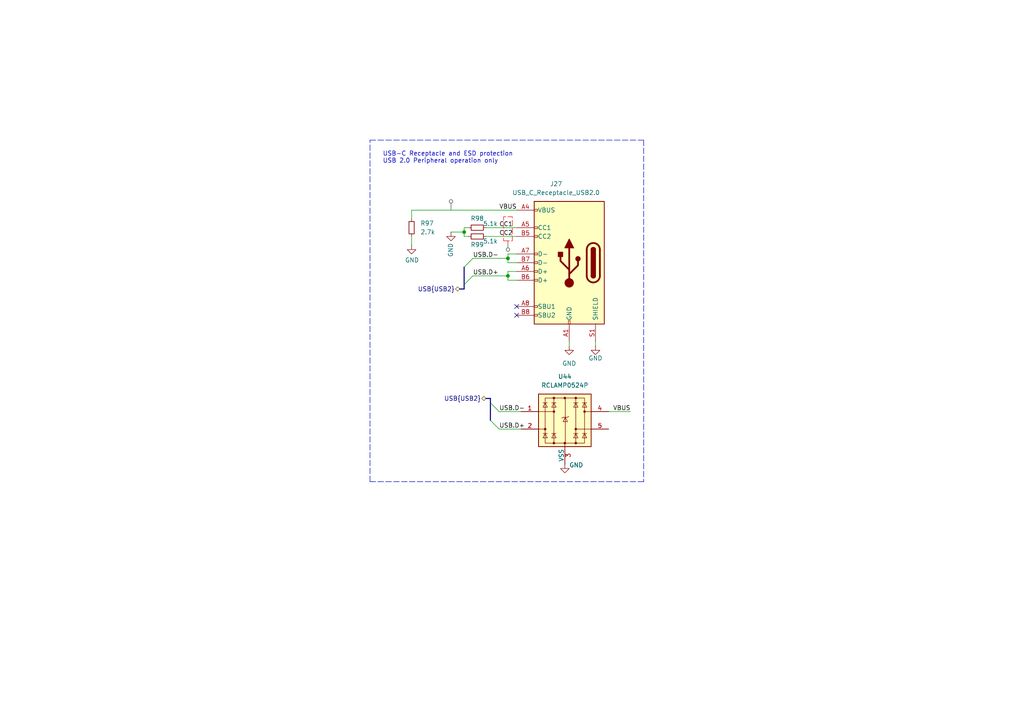
<source format=kicad_sch>
(kicad_sch (version 20250114) (generator "eeschema") (generator_version "9.0")
  (paper "A4")
  (title_block (title "HALPI2") (date "2025-03-27") (rev "v0.2.0") (company "Hat Labs Oy") (comment 1 "https://ohwr.org/cern_ohl_s_v2.pdf") (comment 2 "To view a copy of this license, visit ") (comment 3 "HALPI2 is licensed under CERN-OHL-S v2."))
  (lib_symbols
    (symbol "Connector:USB_C_Receptacle_USB2.0_16P" (pin_names (offset 1.016))
      (property "Reference" "J" (at 0 22.225 0))
      (property "Value" "USB_C_Receptacle_USB2.0_16P" (at 0 19.685 0))
      (symbol "USB_C_Receptacle_USB2.0_16P_0_0"
        (rectangle (start -0.254 -17.78) (end 0.254 -16.764))
        (rectangle (start 10.16 15.494) (end 9.144 14.986))
        (rectangle (start 10.16 10.414) (end 9.144 9.906))
        (rectangle (start 10.16 7.874) (end 9.144 7.366))
        (rectangle (start 10.16 2.794) (end 9.144 2.286))
        (rectangle (start 10.16 0.254) (end 9.144 -0.254))
        (rectangle (start 10.16 -2.286) (end 9.144 -2.794))
        (rectangle (start 10.16 -4.826) (end 9.144 -5.334))
        (rectangle (start 10.16 -12.446) (end 9.144 -12.954))
        (rectangle (start 10.16 -14.986) (end 9.144 -15.494))
      )
      (symbol "USB_C_Receptacle_USB2.0_16P_0_1"
        (rectangle (start -10.16 17.78) (end 10.16 -17.78) (stroke (width 0.254)) (fill (type background)))
        (polyline (pts (xy -8.89 -3.81) (xy -8.89 3.81)) (stroke (width 0.508)))
        (rectangle (start -7.62 -3.81) (end -6.35 3.81) (stroke (width 0.254)) (fill (type outline)))
        (arc (start -7.62 3.81) (mid -6.985 4.4423) (end -6.35 3.81) (stroke (width 0.254)))
        (arc (start -7.62 3.81) (mid -6.985 4.4423) (end -6.35 3.81) (stroke (width 0.254)) (fill (type outline)))
        (arc (start -8.89 3.81) (mid -6.985 5.7067) (end -5.08 3.81) (stroke (width 0.508)))
        (arc (start -5.08 -3.81) (mid -6.985 -5.7067) (end -8.89 -3.81) (stroke (width 0.508)))
        (arc (start -6.35 -3.81) (mid -6.985 -4.4423) (end -7.62 -3.81) (stroke (width 0.254)))
        (arc (start -6.35 -3.81) (mid -6.985 -4.4423) (end -7.62 -3.81) (stroke (width 0.254)) (fill (type outline)))
        (polyline (pts (xy -5.08 3.81) (xy -5.08 -3.81)) (stroke (width 0.508)))
        (circle (center -2.54 1.143) (radius 0.635) (stroke (width 0.254)) (fill (type outline)))
        (polyline (pts (xy -1.27 4.318) (xy 0 6.858) (xy 1.27 4.318) (xy -1.27 4.318)) (stroke (width 0.254)) (fill (type outline)))
        (polyline (pts (xy 0 -2.032) (xy 2.54 0.508) (xy 2.54 1.778)) (stroke (width 0.508)))
        (polyline (pts (xy 0 -3.302) (xy -2.54 -0.762) (xy -2.54 0.508)) (stroke (width 0.508)))
        (polyline (pts (xy 0 -5.842) (xy 0 4.318)) (stroke (width 0.508)))
        (circle (center 0 -5.842) (radius 1.27) (fill (type outline)))
        (rectangle (start 1.905 1.778) (end 3.175 3.048) (stroke (width 0.254)) (fill (type outline)))
      )
      (symbol "USB_C_Receptacle_USB2.0_16P_1_1"
        (pin passive line (at -7.62 -22.86 90) (length 5.08) (name "SHIELD") (number "S1"))
        (pin passive line (at 0 -22.86 90) (length 5.08) (name "GND") (number "A1"))
        (pin passive line (at 0 -22.86 90) (length 5.08) (hide yes) (name "GND") (number "A12"))
        (pin passive line (at 0 -22.86 90) (length 5.08) (hide yes) (name "GND") (number "B1"))
        (pin passive line (at 0 -22.86 90) (length 5.08) (hide yes) (name "GND") (number "B12"))
        (pin passive line (at 15.24 15.24 180) (length 5.08) (name "VBUS") (number "A4"))
        (pin passive line (at 15.24 15.24 180) (length 5.08) (hide yes) (name "VBUS") (number "A9"))
        (pin passive line (at 15.24 15.24 180) (length 5.08) (hide yes) (name "VBUS") (number "B4"))
        (pin passive line (at 15.24 15.24 180) (length 5.08) (hide yes) (name "VBUS") (number "B9"))
        (pin bidirectional line (at 15.24 10.16 180) (length 5.08) (name "CC1") (number "A5"))
        (pin bidirectional line (at 15.24 7.62 180) (length 5.08) (name "CC2") (number "B5"))
        (pin bidirectional line (at 15.24 2.54 180) (length 5.08) (name "D-") (number "A7"))
        (pin bidirectional line (at 15.24 0 180) (length 5.08) (name "D-") (number "B7"))
        (pin bidirectional line (at 15.24 -2.54 180) (length 5.08) (name "D+") (number "A6"))
        (pin bidirectional line (at 15.24 -5.08 180) (length 5.08) (name "D+") (number "B6"))
        (pin bidirectional line (at 15.24 -12.7 180) (length 5.08) (name "SBU1") (number "A8"))
        (pin bidirectional line (at 15.24 -15.24 180) (length 5.08) (name "SBU2") (number "B8"))
      )
    )
    (symbol "Device:R_Small" (pin_numbers (hide yes)) (pin_names (offset 0.254) (hide yes))
      (property "Reference" "R" (at 0 0 90))
      (property "Value" "R_Small" (at 1.778 0 90))
      (symbol "R_Small_0_1"
        (rectangle (start -0.762 1.778) (end 0.762 -1.778) (stroke (width 0.2032)))
      )
      (symbol "R_Small_1_1"
        (pin passive line (at 0 2.54 270) (length 0.762) (name "~") (number "1"))
        (pin passive line (at 0 -2.54 90) (length 0.762) (name "~") (number "2"))
      )
    )
    (symbol "Hatlabs:RCLAMP0524P" (pin_names (offset 0))
      (property "Reference" "U" (at -0.635 8.89 0))
      (property "Value" "RCLAMP0524P" (at 8.89 -10.16 0))
      (symbol "RCLAMP0524P_0_0"
        (rectangle (start -5.715 6.477) (end 5.715 -6.604))
        (polyline (pts (xy -3.175 -6.604) (xy -3.175 6.477)))
        (polyline (pts (xy 0.127 6.477) (xy 0.127 -6.604)))
        (polyline (pts (xy 3.175 6.477) (xy 3.175 -6.604)))
      )
      (symbol "RCLAMP0524P_0_1"
        (polyline (pts (xy -7.747 2.54) (xy -3.175 2.54)))
        (rectangle (start -7.62 7.62) (end 7.62 -7.62) (stroke (width 0.254)) (fill (type background)))
        (polyline (pts (xy -7.62 -2.54) (xy -5.715 -2.54)))
        (circle (center -5.715 -2.54) (radius 0.2794) (fill (type outline)))
        (polyline (pts (xy -5.08 5.08) (xy -6.35 5.08)))
        (polyline (pts (xy -5.08 3.81) (xy -6.35 3.81) (xy -5.715 5.08) (xy -5.08 3.81)))
        (polyline (pts (xy -5.08 -3.81) (xy -6.35 -3.81)))
        (polyline (pts (xy -5.08 -5.08) (xy -6.35 -5.08) (xy -5.715 -3.81) (xy -5.08 -5.08)))
        (circle (center -3.175 6.477) (radius 0.2794) (fill (type outline)))
        (circle (center -3.175 2.54) (radius 0.2794) (fill (type outline)))
        (circle (center -3.175 -6.604) (radius 0.2794) (fill (type outline)))
        (polyline (pts (xy -2.54 5.08) (xy -3.81 5.08)))
        (polyline (pts (xy -2.54 3.81) (xy -3.81 3.81) (xy -3.175 5.08) (xy -2.54 3.81)))
        (polyline (pts (xy -2.54 -3.81) (xy -3.81 -3.81)))
        (polyline (pts (xy -2.54 -5.08) (xy -3.81 -5.08) (xy -3.175 -3.81) (xy -2.54 -5.08)))
        (polyline (pts (xy -0.508 0.889) (xy -0.889 0.635)))
        (circle (center 0 6.477) (radius 0.2794) (fill (type outline)))
        (polyline (pts (xy 0 -6.604) (xy 0 -7.62)))
        (circle (center 0 -6.604) (radius 0.2794) (fill (type outline)))
        (polyline (pts (xy 0.762 0.889) (xy -0.508 0.889)))
        (polyline (pts (xy 0.762 0.889) (xy 1.143 1.143)))
        (polyline (pts (xy 0.762 -0.381) (xy -0.508 -0.381) (xy 0.127 0.889) (xy 0.762 -0.381)))
        (circle (center 3.175 6.477) (radius 0.2794) (fill (type outline)))
        (circle (center 3.175 -2.54) (radius 0.2794) (fill (type outline)))
        (circle (center 3.175 -6.604) (radius 0.2794) (fill (type outline)))
        (polyline (pts (xy 3.81 5.08) (xy 2.54 5.08)))
        (polyline (pts (xy 3.81 3.81) (xy 2.54 3.81) (xy 3.175 5.08) (xy 3.81 3.81)))
        (polyline (pts (xy 3.81 -3.81) (xy 2.54 -3.81)))
        (polyline (pts (xy 3.81 -5.08) (xy 2.54 -5.08) (xy 3.175 -3.81) (xy 3.81 -5.08)))
        (circle (center 5.715 2.54) (radius 0.2794) (fill (type outline)))
        (polyline (pts (xy 6.35 5.08) (xy 5.08 5.08)))
        (polyline (pts (xy 6.35 3.81) (xy 5.08 3.81) (xy 5.715 5.08) (xy 6.35 3.81)))
        (polyline (pts (xy 6.35 -3.81) (xy 5.08 -3.81)))
        (polyline (pts (xy 6.35 -5.08) (xy 5.08 -5.08) (xy 5.715 -3.81) (xy 6.35 -5.08)))
        (polyline (pts (xy 7.62 2.54) (xy 5.715 2.54)))
        (polyline (pts (xy 7.62 -2.54) (xy 3.175 -2.54)))
      )
      (symbol "RCLAMP0524P_1_1"
        (pin passive line (at -12.7 2.54 0) (length 5.08) (name "~") (number "1"))
        (pin passive line (at -12.7 2.54 0) (length 5.08) (hide yes) (name "") (number "10"))
        (pin passive line (at -12.7 -2.54 0) (length 5.08) (name "~") (number "2"))
        (pin passive line (at -12.7 -2.54 0) (length 5.08) (hide yes) (name "") (number "9"))
        (pin power_in line (at 0 -12.7 90) (length 5.08) (name "VSS") (number "3"))
        (pin passive line (at 0 -12.7 90) (length 5.08) (hide yes) (name "VSS") (number "8"))
        (pin passive line (at 12.7 2.54 180) (length 5.08) (name "~") (number "4"))
        (pin passive line (at 12.7 2.54 180) (length 5.08) (hide yes) (name "") (number "7"))
        (pin passive line (at 12.7 -2.54 180) (length 5.08) (name "~") (number "5"))
        (pin passive line (at 12.7 -2.54 180) (length 5.08) (hide yes) (name "") (number "6"))
      )
    )
    (symbol "power:GND" (power) (pin_numbers (hide yes)) (pin_names (offset 0) (hide yes))
      (property "Value" "GND" (at 0 -3.81 0))
      (symbol "GND_0_1"
        (polyline (pts (xy 0 0) (xy 0 -1.27) (xy 1.27 -1.27) (xy 0 -2.54) (xy -1.27 -1.27) (xy 0 -1.27)))
      )
      (symbol "GND_1_1"
        (pin power_in line (at 0 0 270) (length 0) (name "~") (number "1"))
      )
    )
  )
  (bus_alias "I2C" (members "SDA" "SCL"))
  (bus_alias "USB" (members "D+" "D-"))
  (bus_alias "USB2" (members "D+" "D-"))
  (text "USB-C Receptacle and ESD protection\nUSB 2.0 Peripheral operation only" (at 110.998 47.498 0) (effects (font (size 1.27 1.27)) (justify left bottom)))
  (junction (at 147.32 74.93) (diameter 0.9144))
  (junction (at 134.62 67.31) (diameter 0.9144))
  (junction (at 147.32 80.01) (diameter 0.9144))
  (no_connect (at 149.86 88.9))
  (no_connect (at 149.86 91.44))
  (bus_entry (at 134.62 82.55) (size 2.54 -2.54) (stroke (width 0.1524)))
  (bus_entry (at 134.62 77.47) (size 2.54 -2.54) (stroke (width 0.1524)))
  (bus_entry (at 142.24 121.92) (size 2.54 2.54))
  (bus_entry (at 142.24 116.84) (size 2.54 2.54))
  (wire (pts (xy 119.38 68.58) (xy 119.38 71.12)))
  (wire (pts (xy 134.62 67.31) (xy 134.62 68.58)))
  (wire (pts (xy 119.38 63.5) (xy 119.38 60.96)))
  (wire (pts (xy 134.62 68.58) (xy 135.89 68.58)))
  (wire (pts (xy 147.32 76.2) (xy 147.32 74.93)))
  (wire (pts (xy 165.1 100.33) (xy 165.1 99.06)))
  (polyline (pts (xy 186.69 139.7) (xy 107.315 139.7)) (stroke (width 0) (type dash)))
  (wire (pts (xy 172.72 99.06) (xy 172.72 100.33)))
  (wire (pts (xy 137.16 80.01) (xy 147.32 80.01)))
  (bus (pts (xy 134.62 83.82) (xy 133.35 83.82)))
  (wire (pts (xy 144.78 124.46) (xy 151.13 124.46)))
  (wire (pts (xy 130.81 67.31) (xy 134.62 67.31)))
  (bus (pts (xy 140.97 115.57) (xy 142.24 115.57)))
  (wire (pts (xy 149.86 78.74) (xy 147.32 78.74)))
  (wire (pts (xy 119.38 60.96) (xy 149.86 60.96)))
  (wire (pts (xy 147.32 74.93) (xy 147.32 73.66)))
  (wire (pts (xy 140.97 68.58) (xy 149.86 68.58)))
  (wire (pts (xy 147.32 80.01) (xy 147.32 78.74)))
  (bus (pts (xy 142.24 116.84) (xy 142.24 121.92)))
  (wire (pts (xy 147.32 81.28) (xy 147.32 80.01)))
  (polyline (pts (xy 186.69 40.64) (xy 186.69 139.7)) (stroke (width 0) (type dash)))
  (polyline (pts (xy 107.315 139.7) (xy 107.315 40.64)) (stroke (width 0) (type dash)))
  (bus (pts (xy 142.24 115.57) (xy 142.24 116.84)))
  (wire (pts (xy 134.62 66.04) (xy 134.62 67.31)))
  (wire (pts (xy 147.32 76.2) (xy 149.86 76.2)))
  (polyline (pts (xy 107.315 40.64) (xy 186.69 40.64)) (stroke (width 0) (type dash)))
  (bus (pts (xy 134.62 82.55) (xy 134.62 83.82)))
  (wire (pts (xy 182.88 119.38) (xy 176.53 119.38)))
  (bus (pts (xy 134.62 77.47) (xy 134.62 82.55)))
  (wire (pts (xy 135.89 66.04) (xy 134.62 66.04)))
  (wire (pts (xy 140.97 66.04) (xy 149.86 66.04)))
  (wire (pts (xy 137.16 74.93) (xy 147.32 74.93)))
  (wire (pts (xy 147.32 81.28) (xy 149.86 81.28)))
  (wire (pts (xy 149.86 73.66) (xy 147.32 73.66)))
  (wire (pts (xy 144.78 119.38) (xy 151.13 119.38)))
  (label "CC1" (at 144.78 66.04 0))
  (label "CC2" (at 144.78 68.58 0))
  (label "VBUS" (at 182.88 119.38 180))
  (label "USB.D+" (at 137.16 80.01 0))
  (label "VBUS" (at 144.78 60.96 0))
  (label "USB.D-" (at 144.78 119.38 0))
  (label "USB.D+" (at 144.78 124.46 0))
  (label "USB.D-" (at 137.16 74.93 0))
  (hierarchical_label "USB{USB2}" (shape bidirectional) (at 133.35 83.82 180))
  (hierarchical_label "USB{USB2}" (shape bidirectional) (at 140.97 115.57 180))
  (rule_area (polyline (pts (xy 146.05 69.85) (xy 148.59 69.85) (xy 148.59 62.865) (xy 146.05 62.865)) (stroke (width 0) (type dash))))
  (netclass_flag "" (length 2.54) (shape round) (at 147.32 69.85 180) (property "Netclass" "Digital" (effects (hide yes))))
  (netclass_flag "" (length 2.54) (shape round) (at 130.81 60.96 0) (property "Netclass" "Power" (effects (hide yes))))
  (symbol (lib_id "power:GND") (at 130.81 67.31 0) (mirror y) (unit 1)
    (property "Reference" "#PWR0258" (effects (hide yes)))
    (property "Value" "GND" (at 130.6957 70.485 90) (effects (justify right)))
    (property "Description" "Power symbol creates a global label with name \"GND\" , ground" (effects (hide yes)))
  )
  (symbol (lib_id "Device:R_Small") (at 138.43 68.58 90) (mirror x) (unit 1)
    (property "Reference" "R99" (at 138.43 70.9868 90))
    (property "Value" "5.1k" (at 142.24 69.958 90))
    (property "Footprint" "Resistor_SMD:R_0402_1005Metric" (effects (hide yes)))
    (property "Description" "Resistor, small symbol" (effects (hide yes)))
    (property "LCSC" "C25905" (effects (hide yes)))
  )
  (symbol (lib_id "power:GND") (at 165.1 100.33 0) (unit 1)
    (property "Reference" "#PWR0260" (effects (hide yes)))
    (property "Value" "GND" (at 165.1 105.41 0))
    (property "Description" "Power symbol creates a global label with name \"GND\" , ground" (effects (hide yes)))
  )
  (symbol (lib_id "power:GND") (at 172.72 100.33 0) (unit 1)
    (property "Reference" "#PWR0261" (effects (hide yes)))
    (property "Value" "GND" (at 174.752 103.886 0) (effects (justify right)))
    (property "Description" "Power symbol creates a global label with name \"GND\" , ground" (effects (hide yes)))
  )
  (symbol (lib_id "Hatlabs:RCLAMP0524P") (at 163.83 121.92 0) (unit 1)
    (property "Reference" "U44" (at 163.83 109.22 0))
    (property "Value" "RCLAMP0524P" (at 163.83 111.76 0))
    (property "Footprint" "Package_DFN_QFN:Diodes_UDFN-10_1.0x2.5mm_P0.5mm" (effects (hide yes)))
    (property "Datasheet" "http://www.ti.com/lit/ds/symlink/tpd2eusb30a.pdf" (effects (hide yes)))
    (property "Description" "4-Channel Low Capacitance TVS Diode Array, DFN-10" (effects (hide yes)))
    (property "LCSC" "C907837" (effects (hide yes)))
    (property "Component Class" "fine_pitch" (effects (hide yes)))
    (property "JLCPCB_CORRECTION" "0;0;270" (effects (hide yes)))
  )
  (symbol (lib_id "Device:R_Small") (at 119.38 66.04 180) (unit 1)
    (property "Reference" "R97" (at 121.92 64.7699 0) (effects (justify right)))
    (property "Value" "2.7k" (at 121.92 67.3099 0) (effects (justify right)))
    (property "Footprint" "Resistor_SMD:R_0603_1608Metric" (effects (hide yes)))
    (property "Description" "Resistor, small symbol" (effects (hide yes)))
    (property "LCSC" "C13167" (effects (hide yes)))
  )
  (symbol (lib_id "power:GND") (at 119.38 71.12 0) (unit 1)
    (property "Reference" "#PWR0257" (effects (hide yes)))
    (property "Value" "GND" (at 119.4943 75.4444 0))
    (property "Description" "Power symbol creates a global label with name \"GND\" , ground" (effects (hide yes)))
  )
  (symbol (lib_id "Device:R_Small") (at 138.43 66.04 90) (mirror x) (unit 1)
    (property "Reference" "R98" (at 138.43 63.3668 90))
    (property "Value" "5.1k" (at 142.24 64.878 90))
    (property "Footprint" "Resistor_SMD:R_0402_1005Metric" (effects (hide yes)))
    (property "Description" "Resistor, small symbol" (effects (hide yes)))
    (property "LCSC" "C25905" (effects (hide yes)))
  )
  (symbol (lib_id "Connector:USB_C_Receptacle_USB2.0_16P") (at 165.1 76.2 0) (mirror y) (unit 1)
    (property "Reference" "J27" (at 161.29 53.34 0))
    (property "Value" "USB_C_Receptacle_USB2.0" (at 161.29 55.88 0))
    (property "Footprint" "Hatlabs:USB_TYPE-C_SHOU-HAN_16PLT-H6.8" (effects (hide yes)))
    (property "Datasheet" "https://www.usb.org/sites/default/files/documents/usb_type-c.zip" (effects (hide yes)))
    (property "Description" "USB 2.0-only 16P Type-C Receptacle connector" (effects (hide yes)))
    (property "LCSC" "C5187468" (effects (hide yes)))
    (property "Component Class" "fine_pitch" (effects (hide yes)))
  )
  (symbol (lib_id "power:GND") (at 163.83 134.62 0) (unit 1)
    (property "Reference" "#PWR0259" (effects (hide yes)))
    (property "Value" "GND" (at 167.132 134.874 0))
    (property "Description" "Power symbol creates a global label with name \"GND\" , ground" (effects (hide yes)))
  )
)
</source>
